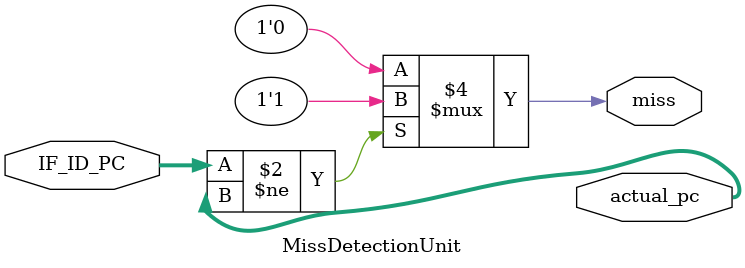
<source format=v>


  module MissDetectionUnit (
    input [31:0] IF_ID_PC,
    output [31:0] actual_pc,
    output reg miss);

  always @(*) begin

    if(IF_ID_PC != actual_pc) miss = 1;
    else miss = 0;

  end 

  endmodule 

</source>
